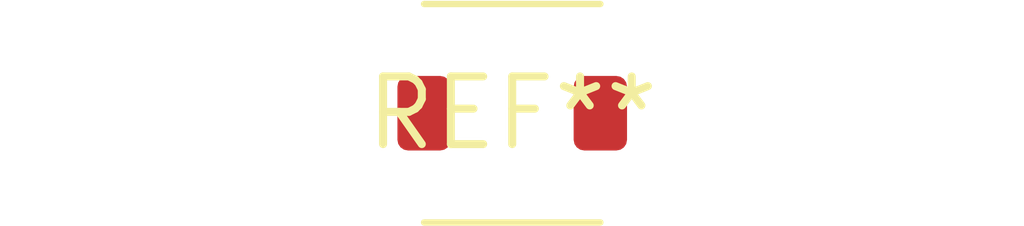
<source format=kicad_pcb>
(kicad_pcb (version 20240108) (generator pcbnew)
  (layers (0 "F.Cu" signal) (31 "B.Cu" signal) (34 "B.Paste" user) (35 "F.Paste" user) (36 "B.SilkS" user "B.Silkscreen") (37 "F.SilkS" user "F.Silkscreen") (38 "B.Mask" user) (39 "F.Mask" user) (44 "Edge.Cuts" user))
  (net 0 "")
  (footprint "L_Murata_DEM35xxC" (layer "F.Cu") (at 0 0)
    (property "Reference" "REF**")
    (property "Value" "L_Murata_DEM35xxC")
    (fp_line (start -1.65 -2.05) (end 1.65 -2.05) (layer "F.SilkS") (stroke (width 0.12)))
    (fp_line (start -1.65 2.05) (end 1.65 2.05) (layer "F.SilkS") (stroke (width 0.12)))
    (pad "1" smd roundrect (at -1.65 0) (size 1 1.4) (layers "F.Cu" "F.Paste" "F.Mask") (roundrect_rratio 0.2))
    (pad "2" smd roundrect (at 1.65 0) (size 1 1.4) (layers "F.Cu" "F.Paste" "F.Mask") (roundrect_rratio 0.2))
  )
)
</source>
